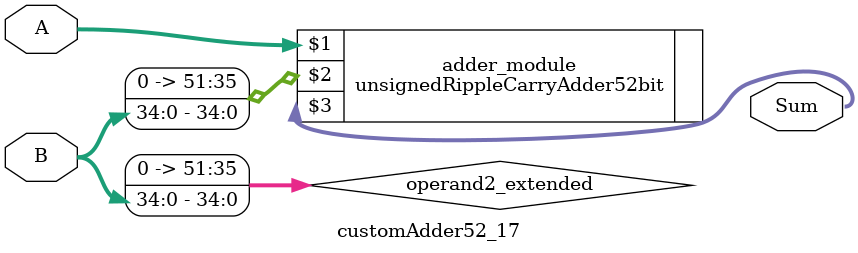
<source format=v>
module customAdder52_17(
                        input [51 : 0] A,
                        input [34 : 0] B,
                        
                        output [52 : 0] Sum
                );

        wire [51 : 0] operand2_extended;
        
        assign operand2_extended =  {17'b0, B};
        
        unsignedRippleCarryAdder52bit adder_module(
            A,
            operand2_extended,
            Sum
        );
        
        endmodule
        
</source>
